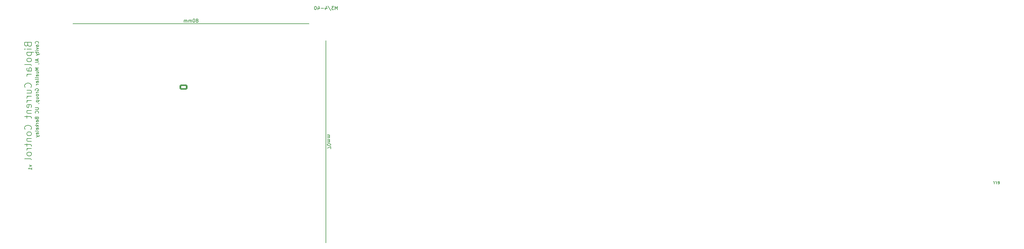
<source format=gbo>
G04 #@! TF.GenerationSoftware,KiCad,Pcbnew,9.0.0*
G04 #@! TF.CreationDate,2025-07-04T16:46:46-07:00*
G04 #@! TF.ProjectId,bipolar_current_control,6269706f-6c61-4725-9f63-757272656e74,rev?*
G04 #@! TF.SameCoordinates,Original*
G04 #@! TF.FileFunction,Legend,Bot*
G04 #@! TF.FilePolarity,Positive*
%FSLAX46Y46*%
G04 Gerber Fmt 4.6, Leading zero omitted, Abs format (unit mm)*
G04 Created by KiCad (PCBNEW 9.0.0) date 2025-07-04 16:46:46*
%MOMM*%
%LPD*%
G01*
G04 APERTURE LIST*
G04 Aperture macros list*
%AMRoundRect*
0 Rectangle with rounded corners*
0 $1 Rounding radius*
0 $2 $3 $4 $5 $6 $7 $8 $9 X,Y pos of 4 corners*
0 Add a 4 corners polygon primitive as box body*
4,1,4,$2,$3,$4,$5,$6,$7,$8,$9,$2,$3,0*
0 Add four circle primitives for the rounded corners*
1,1,$1+$1,$2,$3*
1,1,$1+$1,$4,$5*
1,1,$1+$1,$6,$7*
1,1,$1+$1,$8,$9*
0 Add four rect primitives between the rounded corners*
20,1,$1+$1,$2,$3,$4,$5,0*
20,1,$1+$1,$4,$5,$6,$7,0*
20,1,$1+$1,$6,$7,$8,$9,0*
20,1,$1+$1,$8,$9,$2,$3,0*%
G04 Aperture macros list end*
%ADD10C,0.150000*%
%ADD11C,1.600000*%
%ADD12C,3.500000*%
%ADD13R,2.000000X2.000000*%
%ADD14C,2.000000*%
%ADD15R,1.700000X1.700000*%
%ADD16O,1.700000X1.700000*%
%ADD17R,1.600000X1.600000*%
%ADD18O,1.600000X1.600000*%
%ADD19R,2.420000X5.080000*%
%ADD20C,2.400000*%
%ADD21O,2.400000X2.400000*%
%ADD22RoundRect,0.249999X-1.025001X-1.025001X1.025001X-1.025001X1.025001X1.025001X-1.025001X1.025001X0*%
%ADD23C,2.550000*%
%ADD24RoundRect,0.250000X0.265000X0.615000X-0.265000X0.615000X-0.265000X-0.615000X0.265000X-0.615000X0*%
%ADD25O,1.030000X1.730000*%
%ADD26C,3.200000*%
%ADD27R,1.905000X2.000000*%
%ADD28O,1.905000X2.000000*%
%ADD29RoundRect,0.250000X-0.950000X-0.550000X0.950000X-0.550000X0.950000X0.550000X-0.950000X0.550000X0*%
%ADD30O,2.400000X1.600000*%
G04 APERTURE END LIST*
D10*
X190000000Y-70000000D02*
X190000000Y-130000000D01*
X115000000Y-65000000D02*
X185000000Y-65000000D01*
X389048571Y-112482200D02*
X389143809Y-112529819D01*
X389143809Y-112529819D02*
X389334285Y-112529819D01*
X389334285Y-112529819D02*
X389429523Y-112482200D01*
X389429523Y-112482200D02*
X389477142Y-112386961D01*
X389477142Y-112386961D02*
X389477142Y-112006009D01*
X389477142Y-112006009D02*
X389429523Y-111910771D01*
X389429523Y-111910771D02*
X389334285Y-111863152D01*
X389334285Y-111863152D02*
X389143809Y-111863152D01*
X389143809Y-111863152D02*
X389048571Y-111910771D01*
X389048571Y-111910771D02*
X389000952Y-112006009D01*
X389000952Y-112006009D02*
X389000952Y-112101247D01*
X389000952Y-112101247D02*
X389477142Y-112196485D01*
X388572380Y-112529819D02*
X388572380Y-111863152D01*
X388572380Y-112053628D02*
X388524761Y-111958390D01*
X388524761Y-111958390D02*
X388477142Y-111910771D01*
X388477142Y-111910771D02*
X388381904Y-111863152D01*
X388381904Y-111863152D02*
X388286666Y-111863152D01*
X387953332Y-112529819D02*
X387953332Y-111863152D01*
X387953332Y-112053628D02*
X387905713Y-111958390D01*
X387905713Y-111958390D02*
X387858094Y-111910771D01*
X387858094Y-111910771D02*
X387762856Y-111863152D01*
X387762856Y-111863152D02*
X387667618Y-111863152D01*
X102203152Y-106921541D02*
X102869819Y-107159636D01*
X102869819Y-107159636D02*
X102203152Y-107397731D01*
X102869819Y-108302493D02*
X102869819Y-107731065D01*
X102869819Y-108016779D02*
X101869819Y-108016779D01*
X101869819Y-108016779D02*
X102012676Y-107921541D01*
X102012676Y-107921541D02*
X102107914Y-107826303D01*
X102107914Y-107826303D02*
X102155533Y-107731065D01*
X101699819Y-71241541D02*
X101795057Y-71527255D01*
X101795057Y-71527255D02*
X101890295Y-71622493D01*
X101890295Y-71622493D02*
X102080771Y-71717731D01*
X102080771Y-71717731D02*
X102366485Y-71717731D01*
X102366485Y-71717731D02*
X102556961Y-71622493D01*
X102556961Y-71622493D02*
X102652200Y-71527255D01*
X102652200Y-71527255D02*
X102747438Y-71336779D01*
X102747438Y-71336779D02*
X102747438Y-70574874D01*
X102747438Y-70574874D02*
X100747438Y-70574874D01*
X100747438Y-70574874D02*
X100747438Y-71241541D01*
X100747438Y-71241541D02*
X100842676Y-71432017D01*
X100842676Y-71432017D02*
X100937914Y-71527255D01*
X100937914Y-71527255D02*
X101128390Y-71622493D01*
X101128390Y-71622493D02*
X101318866Y-71622493D01*
X101318866Y-71622493D02*
X101509342Y-71527255D01*
X101509342Y-71527255D02*
X101604580Y-71432017D01*
X101604580Y-71432017D02*
X101699819Y-71241541D01*
X101699819Y-71241541D02*
X101699819Y-70574874D01*
X102747438Y-72574874D02*
X101414104Y-72574874D01*
X100747438Y-72574874D02*
X100842676Y-72479636D01*
X100842676Y-72479636D02*
X100937914Y-72574874D01*
X100937914Y-72574874D02*
X100842676Y-72670112D01*
X100842676Y-72670112D02*
X100747438Y-72574874D01*
X100747438Y-72574874D02*
X100937914Y-72574874D01*
X101414104Y-73527255D02*
X103414104Y-73527255D01*
X101509342Y-73527255D02*
X101414104Y-73717731D01*
X101414104Y-73717731D02*
X101414104Y-74098684D01*
X101414104Y-74098684D02*
X101509342Y-74289160D01*
X101509342Y-74289160D02*
X101604580Y-74384398D01*
X101604580Y-74384398D02*
X101795057Y-74479636D01*
X101795057Y-74479636D02*
X102366485Y-74479636D01*
X102366485Y-74479636D02*
X102556961Y-74384398D01*
X102556961Y-74384398D02*
X102652200Y-74289160D01*
X102652200Y-74289160D02*
X102747438Y-74098684D01*
X102747438Y-74098684D02*
X102747438Y-73717731D01*
X102747438Y-73717731D02*
X102652200Y-73527255D01*
X102747438Y-75622493D02*
X102652200Y-75432017D01*
X102652200Y-75432017D02*
X102556961Y-75336779D01*
X102556961Y-75336779D02*
X102366485Y-75241541D01*
X102366485Y-75241541D02*
X101795057Y-75241541D01*
X101795057Y-75241541D02*
X101604580Y-75336779D01*
X101604580Y-75336779D02*
X101509342Y-75432017D01*
X101509342Y-75432017D02*
X101414104Y-75622493D01*
X101414104Y-75622493D02*
X101414104Y-75908208D01*
X101414104Y-75908208D02*
X101509342Y-76098684D01*
X101509342Y-76098684D02*
X101604580Y-76193922D01*
X101604580Y-76193922D02*
X101795057Y-76289160D01*
X101795057Y-76289160D02*
X102366485Y-76289160D01*
X102366485Y-76289160D02*
X102556961Y-76193922D01*
X102556961Y-76193922D02*
X102652200Y-76098684D01*
X102652200Y-76098684D02*
X102747438Y-75908208D01*
X102747438Y-75908208D02*
X102747438Y-75622493D01*
X102747438Y-77432017D02*
X102652200Y-77241541D01*
X102652200Y-77241541D02*
X102461723Y-77146303D01*
X102461723Y-77146303D02*
X100747438Y-77146303D01*
X102747438Y-79051065D02*
X101699819Y-79051065D01*
X101699819Y-79051065D02*
X101509342Y-78955827D01*
X101509342Y-78955827D02*
X101414104Y-78765351D01*
X101414104Y-78765351D02*
X101414104Y-78384398D01*
X101414104Y-78384398D02*
X101509342Y-78193922D01*
X102652200Y-79051065D02*
X102747438Y-78860589D01*
X102747438Y-78860589D02*
X102747438Y-78384398D01*
X102747438Y-78384398D02*
X102652200Y-78193922D01*
X102652200Y-78193922D02*
X102461723Y-78098684D01*
X102461723Y-78098684D02*
X102271247Y-78098684D01*
X102271247Y-78098684D02*
X102080771Y-78193922D01*
X102080771Y-78193922D02*
X101985533Y-78384398D01*
X101985533Y-78384398D02*
X101985533Y-78860589D01*
X101985533Y-78860589D02*
X101890295Y-79051065D01*
X102747438Y-80003446D02*
X101414104Y-80003446D01*
X101795057Y-80003446D02*
X101604580Y-80098684D01*
X101604580Y-80098684D02*
X101509342Y-80193922D01*
X101509342Y-80193922D02*
X101414104Y-80384398D01*
X101414104Y-80384398D02*
X101414104Y-80574875D01*
X102556961Y-83908208D02*
X102652200Y-83812970D01*
X102652200Y-83812970D02*
X102747438Y-83527256D01*
X102747438Y-83527256D02*
X102747438Y-83336780D01*
X102747438Y-83336780D02*
X102652200Y-83051065D01*
X102652200Y-83051065D02*
X102461723Y-82860589D01*
X102461723Y-82860589D02*
X102271247Y-82765351D01*
X102271247Y-82765351D02*
X101890295Y-82670113D01*
X101890295Y-82670113D02*
X101604580Y-82670113D01*
X101604580Y-82670113D02*
X101223628Y-82765351D01*
X101223628Y-82765351D02*
X101033152Y-82860589D01*
X101033152Y-82860589D02*
X100842676Y-83051065D01*
X100842676Y-83051065D02*
X100747438Y-83336780D01*
X100747438Y-83336780D02*
X100747438Y-83527256D01*
X100747438Y-83527256D02*
X100842676Y-83812970D01*
X100842676Y-83812970D02*
X100937914Y-83908208D01*
X101414104Y-85622494D02*
X102747438Y-85622494D01*
X101414104Y-84765351D02*
X102461723Y-84765351D01*
X102461723Y-84765351D02*
X102652200Y-84860589D01*
X102652200Y-84860589D02*
X102747438Y-85051065D01*
X102747438Y-85051065D02*
X102747438Y-85336780D01*
X102747438Y-85336780D02*
X102652200Y-85527256D01*
X102652200Y-85527256D02*
X102556961Y-85622494D01*
X102747438Y-86574875D02*
X101414104Y-86574875D01*
X101795057Y-86574875D02*
X101604580Y-86670113D01*
X101604580Y-86670113D02*
X101509342Y-86765351D01*
X101509342Y-86765351D02*
X101414104Y-86955827D01*
X101414104Y-86955827D02*
X101414104Y-87146304D01*
X102747438Y-87812970D02*
X101414104Y-87812970D01*
X101795057Y-87812970D02*
X101604580Y-87908208D01*
X101604580Y-87908208D02*
X101509342Y-88003446D01*
X101509342Y-88003446D02*
X101414104Y-88193922D01*
X101414104Y-88193922D02*
X101414104Y-88384399D01*
X102652200Y-89812970D02*
X102747438Y-89622494D01*
X102747438Y-89622494D02*
X102747438Y-89241541D01*
X102747438Y-89241541D02*
X102652200Y-89051065D01*
X102652200Y-89051065D02*
X102461723Y-88955827D01*
X102461723Y-88955827D02*
X101699819Y-88955827D01*
X101699819Y-88955827D02*
X101509342Y-89051065D01*
X101509342Y-89051065D02*
X101414104Y-89241541D01*
X101414104Y-89241541D02*
X101414104Y-89622494D01*
X101414104Y-89622494D02*
X101509342Y-89812970D01*
X101509342Y-89812970D02*
X101699819Y-89908208D01*
X101699819Y-89908208D02*
X101890295Y-89908208D01*
X101890295Y-89908208D02*
X102080771Y-88955827D01*
X101414104Y-90765351D02*
X102747438Y-90765351D01*
X101604580Y-90765351D02*
X101509342Y-90860589D01*
X101509342Y-90860589D02*
X101414104Y-91051065D01*
X101414104Y-91051065D02*
X101414104Y-91336780D01*
X101414104Y-91336780D02*
X101509342Y-91527256D01*
X101509342Y-91527256D02*
X101699819Y-91622494D01*
X101699819Y-91622494D02*
X102747438Y-91622494D01*
X101414104Y-92289161D02*
X101414104Y-93051065D01*
X100747438Y-92574875D02*
X102461723Y-92574875D01*
X102461723Y-92574875D02*
X102652200Y-92670113D01*
X102652200Y-92670113D02*
X102747438Y-92860589D01*
X102747438Y-92860589D02*
X102747438Y-93051065D01*
X102556961Y-96384399D02*
X102652200Y-96289161D01*
X102652200Y-96289161D02*
X102747438Y-96003447D01*
X102747438Y-96003447D02*
X102747438Y-95812971D01*
X102747438Y-95812971D02*
X102652200Y-95527256D01*
X102652200Y-95527256D02*
X102461723Y-95336780D01*
X102461723Y-95336780D02*
X102271247Y-95241542D01*
X102271247Y-95241542D02*
X101890295Y-95146304D01*
X101890295Y-95146304D02*
X101604580Y-95146304D01*
X101604580Y-95146304D02*
X101223628Y-95241542D01*
X101223628Y-95241542D02*
X101033152Y-95336780D01*
X101033152Y-95336780D02*
X100842676Y-95527256D01*
X100842676Y-95527256D02*
X100747438Y-95812971D01*
X100747438Y-95812971D02*
X100747438Y-96003447D01*
X100747438Y-96003447D02*
X100842676Y-96289161D01*
X100842676Y-96289161D02*
X100937914Y-96384399D01*
X102747438Y-97527256D02*
X102652200Y-97336780D01*
X102652200Y-97336780D02*
X102556961Y-97241542D01*
X102556961Y-97241542D02*
X102366485Y-97146304D01*
X102366485Y-97146304D02*
X101795057Y-97146304D01*
X101795057Y-97146304D02*
X101604580Y-97241542D01*
X101604580Y-97241542D02*
X101509342Y-97336780D01*
X101509342Y-97336780D02*
X101414104Y-97527256D01*
X101414104Y-97527256D02*
X101414104Y-97812971D01*
X101414104Y-97812971D02*
X101509342Y-98003447D01*
X101509342Y-98003447D02*
X101604580Y-98098685D01*
X101604580Y-98098685D02*
X101795057Y-98193923D01*
X101795057Y-98193923D02*
X102366485Y-98193923D01*
X102366485Y-98193923D02*
X102556961Y-98098685D01*
X102556961Y-98098685D02*
X102652200Y-98003447D01*
X102652200Y-98003447D02*
X102747438Y-97812971D01*
X102747438Y-97812971D02*
X102747438Y-97527256D01*
X101414104Y-99051066D02*
X102747438Y-99051066D01*
X101604580Y-99051066D02*
X101509342Y-99146304D01*
X101509342Y-99146304D02*
X101414104Y-99336780D01*
X101414104Y-99336780D02*
X101414104Y-99622495D01*
X101414104Y-99622495D02*
X101509342Y-99812971D01*
X101509342Y-99812971D02*
X101699819Y-99908209D01*
X101699819Y-99908209D02*
X102747438Y-99908209D01*
X101414104Y-100574876D02*
X101414104Y-101336780D01*
X100747438Y-100860590D02*
X102461723Y-100860590D01*
X102461723Y-100860590D02*
X102652200Y-100955828D01*
X102652200Y-100955828D02*
X102747438Y-101146304D01*
X102747438Y-101146304D02*
X102747438Y-101336780D01*
X102747438Y-102003447D02*
X101414104Y-102003447D01*
X101795057Y-102003447D02*
X101604580Y-102098685D01*
X101604580Y-102098685D02*
X101509342Y-102193923D01*
X101509342Y-102193923D02*
X101414104Y-102384399D01*
X101414104Y-102384399D02*
X101414104Y-102574876D01*
X102747438Y-103527256D02*
X102652200Y-103336780D01*
X102652200Y-103336780D02*
X102556961Y-103241542D01*
X102556961Y-103241542D02*
X102366485Y-103146304D01*
X102366485Y-103146304D02*
X101795057Y-103146304D01*
X101795057Y-103146304D02*
X101604580Y-103241542D01*
X101604580Y-103241542D02*
X101509342Y-103336780D01*
X101509342Y-103336780D02*
X101414104Y-103527256D01*
X101414104Y-103527256D02*
X101414104Y-103812971D01*
X101414104Y-103812971D02*
X101509342Y-104003447D01*
X101509342Y-104003447D02*
X101604580Y-104098685D01*
X101604580Y-104098685D02*
X101795057Y-104193923D01*
X101795057Y-104193923D02*
X102366485Y-104193923D01*
X102366485Y-104193923D02*
X102556961Y-104098685D01*
X102556961Y-104098685D02*
X102652200Y-104003447D01*
X102652200Y-104003447D02*
X102747438Y-103812971D01*
X102747438Y-103812971D02*
X102747438Y-103527256D01*
X102747438Y-105336780D02*
X102652200Y-105146304D01*
X102652200Y-105146304D02*
X102461723Y-105051066D01*
X102461723Y-105051066D02*
X100747438Y-105051066D01*
X104774580Y-70908207D02*
X104822200Y-70860588D01*
X104822200Y-70860588D02*
X104869819Y-70717731D01*
X104869819Y-70717731D02*
X104869819Y-70622493D01*
X104869819Y-70622493D02*
X104822200Y-70479636D01*
X104822200Y-70479636D02*
X104726961Y-70384398D01*
X104726961Y-70384398D02*
X104631723Y-70336779D01*
X104631723Y-70336779D02*
X104441247Y-70289160D01*
X104441247Y-70289160D02*
X104298390Y-70289160D01*
X104298390Y-70289160D02*
X104107914Y-70336779D01*
X104107914Y-70336779D02*
X104012676Y-70384398D01*
X104012676Y-70384398D02*
X103917438Y-70479636D01*
X103917438Y-70479636D02*
X103869819Y-70622493D01*
X103869819Y-70622493D02*
X103869819Y-70717731D01*
X103869819Y-70717731D02*
X103917438Y-70860588D01*
X103917438Y-70860588D02*
X103965057Y-70908207D01*
X104869819Y-71765350D02*
X104346009Y-71765350D01*
X104346009Y-71765350D02*
X104250771Y-71717731D01*
X104250771Y-71717731D02*
X104203152Y-71622493D01*
X104203152Y-71622493D02*
X104203152Y-71432017D01*
X104203152Y-71432017D02*
X104250771Y-71336779D01*
X104822200Y-71765350D02*
X104869819Y-71670112D01*
X104869819Y-71670112D02*
X104869819Y-71432017D01*
X104869819Y-71432017D02*
X104822200Y-71336779D01*
X104822200Y-71336779D02*
X104726961Y-71289160D01*
X104726961Y-71289160D02*
X104631723Y-71289160D01*
X104631723Y-71289160D02*
X104536485Y-71336779D01*
X104536485Y-71336779D02*
X104488866Y-71432017D01*
X104488866Y-71432017D02*
X104488866Y-71670112D01*
X104488866Y-71670112D02*
X104441247Y-71765350D01*
X104203152Y-72146303D02*
X104869819Y-72384398D01*
X104869819Y-72384398D02*
X104203152Y-72622493D01*
X104869819Y-73003446D02*
X104203152Y-73003446D01*
X103869819Y-73003446D02*
X103917438Y-72955827D01*
X103917438Y-72955827D02*
X103965057Y-73003446D01*
X103965057Y-73003446D02*
X103917438Y-73051065D01*
X103917438Y-73051065D02*
X103869819Y-73003446D01*
X103869819Y-73003446D02*
X103965057Y-73003446D01*
X104203152Y-73336779D02*
X104203152Y-73717731D01*
X103869819Y-73479636D02*
X104726961Y-73479636D01*
X104726961Y-73479636D02*
X104822200Y-73527255D01*
X104822200Y-73527255D02*
X104869819Y-73622493D01*
X104869819Y-73622493D02*
X104869819Y-73717731D01*
X104203152Y-73955827D02*
X104869819Y-74193922D01*
X104203152Y-74432017D02*
X104869819Y-74193922D01*
X104869819Y-74193922D02*
X105107914Y-74098684D01*
X105107914Y-74098684D02*
X105155533Y-74051065D01*
X105155533Y-74051065D02*
X105203152Y-73955827D01*
X104584104Y-75527256D02*
X104584104Y-76003446D01*
X104869819Y-75432018D02*
X103869819Y-75765351D01*
X103869819Y-75765351D02*
X104869819Y-76098684D01*
X104869819Y-76432018D02*
X103869819Y-76432018D01*
X104822200Y-76955827D02*
X104869819Y-76955827D01*
X104869819Y-76955827D02*
X104965057Y-76908208D01*
X104965057Y-76908208D02*
X105012676Y-76860589D01*
X104869819Y-78146303D02*
X103869819Y-78146303D01*
X103869819Y-78146303D02*
X104584104Y-78479636D01*
X104584104Y-78479636D02*
X103869819Y-78812969D01*
X103869819Y-78812969D02*
X104869819Y-78812969D01*
X104203152Y-79717731D02*
X104869819Y-79717731D01*
X104203152Y-79289160D02*
X104726961Y-79289160D01*
X104726961Y-79289160D02*
X104822200Y-79336779D01*
X104822200Y-79336779D02*
X104869819Y-79432017D01*
X104869819Y-79432017D02*
X104869819Y-79574874D01*
X104869819Y-79574874D02*
X104822200Y-79670112D01*
X104822200Y-79670112D02*
X104774580Y-79717731D01*
X104822200Y-80574874D02*
X104869819Y-80479636D01*
X104869819Y-80479636D02*
X104869819Y-80289160D01*
X104869819Y-80289160D02*
X104822200Y-80193922D01*
X104822200Y-80193922D02*
X104726961Y-80146303D01*
X104726961Y-80146303D02*
X104346009Y-80146303D01*
X104346009Y-80146303D02*
X104250771Y-80193922D01*
X104250771Y-80193922D02*
X104203152Y-80289160D01*
X104203152Y-80289160D02*
X104203152Y-80479636D01*
X104203152Y-80479636D02*
X104250771Y-80574874D01*
X104250771Y-80574874D02*
X104346009Y-80622493D01*
X104346009Y-80622493D02*
X104441247Y-80622493D01*
X104441247Y-80622493D02*
X104536485Y-80146303D01*
X104869819Y-81193922D02*
X104822200Y-81098684D01*
X104822200Y-81098684D02*
X104726961Y-81051065D01*
X104726961Y-81051065D02*
X103869819Y-81051065D01*
X104869819Y-81717732D02*
X104822200Y-81622494D01*
X104822200Y-81622494D02*
X104726961Y-81574875D01*
X104726961Y-81574875D02*
X103869819Y-81574875D01*
X104822200Y-82479637D02*
X104869819Y-82384399D01*
X104869819Y-82384399D02*
X104869819Y-82193923D01*
X104869819Y-82193923D02*
X104822200Y-82098685D01*
X104822200Y-82098685D02*
X104726961Y-82051066D01*
X104726961Y-82051066D02*
X104346009Y-82051066D01*
X104346009Y-82051066D02*
X104250771Y-82098685D01*
X104250771Y-82098685D02*
X104203152Y-82193923D01*
X104203152Y-82193923D02*
X104203152Y-82384399D01*
X104203152Y-82384399D02*
X104250771Y-82479637D01*
X104250771Y-82479637D02*
X104346009Y-82527256D01*
X104346009Y-82527256D02*
X104441247Y-82527256D01*
X104441247Y-82527256D02*
X104536485Y-82051066D01*
X104869819Y-82955828D02*
X104203152Y-82955828D01*
X104393628Y-82955828D02*
X104298390Y-83003447D01*
X104298390Y-83003447D02*
X104250771Y-83051066D01*
X104250771Y-83051066D02*
X104203152Y-83146304D01*
X104203152Y-83146304D02*
X104203152Y-83241542D01*
X103917438Y-84860590D02*
X103869819Y-84765352D01*
X103869819Y-84765352D02*
X103869819Y-84622495D01*
X103869819Y-84622495D02*
X103917438Y-84479638D01*
X103917438Y-84479638D02*
X104012676Y-84384400D01*
X104012676Y-84384400D02*
X104107914Y-84336781D01*
X104107914Y-84336781D02*
X104298390Y-84289162D01*
X104298390Y-84289162D02*
X104441247Y-84289162D01*
X104441247Y-84289162D02*
X104631723Y-84336781D01*
X104631723Y-84336781D02*
X104726961Y-84384400D01*
X104726961Y-84384400D02*
X104822200Y-84479638D01*
X104822200Y-84479638D02*
X104869819Y-84622495D01*
X104869819Y-84622495D02*
X104869819Y-84717733D01*
X104869819Y-84717733D02*
X104822200Y-84860590D01*
X104822200Y-84860590D02*
X104774580Y-84908209D01*
X104774580Y-84908209D02*
X104441247Y-84908209D01*
X104441247Y-84908209D02*
X104441247Y-84717733D01*
X104869819Y-85336781D02*
X104203152Y-85336781D01*
X104393628Y-85336781D02*
X104298390Y-85384400D01*
X104298390Y-85384400D02*
X104250771Y-85432019D01*
X104250771Y-85432019D02*
X104203152Y-85527257D01*
X104203152Y-85527257D02*
X104203152Y-85622495D01*
X104869819Y-86098686D02*
X104822200Y-86003448D01*
X104822200Y-86003448D02*
X104774580Y-85955829D01*
X104774580Y-85955829D02*
X104679342Y-85908210D01*
X104679342Y-85908210D02*
X104393628Y-85908210D01*
X104393628Y-85908210D02*
X104298390Y-85955829D01*
X104298390Y-85955829D02*
X104250771Y-86003448D01*
X104250771Y-86003448D02*
X104203152Y-86098686D01*
X104203152Y-86098686D02*
X104203152Y-86241543D01*
X104203152Y-86241543D02*
X104250771Y-86336781D01*
X104250771Y-86336781D02*
X104298390Y-86384400D01*
X104298390Y-86384400D02*
X104393628Y-86432019D01*
X104393628Y-86432019D02*
X104679342Y-86432019D01*
X104679342Y-86432019D02*
X104774580Y-86384400D01*
X104774580Y-86384400D02*
X104822200Y-86336781D01*
X104822200Y-86336781D02*
X104869819Y-86241543D01*
X104869819Y-86241543D02*
X104869819Y-86098686D01*
X104203152Y-87289162D02*
X104869819Y-87289162D01*
X104203152Y-86860591D02*
X104726961Y-86860591D01*
X104726961Y-86860591D02*
X104822200Y-86908210D01*
X104822200Y-86908210D02*
X104869819Y-87003448D01*
X104869819Y-87003448D02*
X104869819Y-87146305D01*
X104869819Y-87146305D02*
X104822200Y-87241543D01*
X104822200Y-87241543D02*
X104774580Y-87289162D01*
X104203152Y-87765353D02*
X105203152Y-87765353D01*
X104250771Y-87765353D02*
X104203152Y-87860591D01*
X104203152Y-87860591D02*
X104203152Y-88051067D01*
X104203152Y-88051067D02*
X104250771Y-88146305D01*
X104250771Y-88146305D02*
X104298390Y-88193924D01*
X104298390Y-88193924D02*
X104393628Y-88241543D01*
X104393628Y-88241543D02*
X104679342Y-88241543D01*
X104679342Y-88241543D02*
X104774580Y-88193924D01*
X104774580Y-88193924D02*
X104822200Y-88146305D01*
X104822200Y-88146305D02*
X104869819Y-88051067D01*
X104869819Y-88051067D02*
X104869819Y-87860591D01*
X104869819Y-87860591D02*
X104822200Y-87765353D01*
X104822200Y-88717734D02*
X104869819Y-88717734D01*
X104869819Y-88717734D02*
X104965057Y-88670115D01*
X104965057Y-88670115D02*
X105012676Y-88622496D01*
X103869819Y-89908210D02*
X104679342Y-89908210D01*
X104679342Y-89908210D02*
X104774580Y-89955829D01*
X104774580Y-89955829D02*
X104822200Y-90003448D01*
X104822200Y-90003448D02*
X104869819Y-90098686D01*
X104869819Y-90098686D02*
X104869819Y-90289162D01*
X104869819Y-90289162D02*
X104822200Y-90384400D01*
X104822200Y-90384400D02*
X104774580Y-90432019D01*
X104774580Y-90432019D02*
X104679342Y-90479638D01*
X104679342Y-90479638D02*
X103869819Y-90479638D01*
X104774580Y-91527257D02*
X104822200Y-91479638D01*
X104822200Y-91479638D02*
X104869819Y-91336781D01*
X104869819Y-91336781D02*
X104869819Y-91241543D01*
X104869819Y-91241543D02*
X104822200Y-91098686D01*
X104822200Y-91098686D02*
X104726961Y-91003448D01*
X104726961Y-91003448D02*
X104631723Y-90955829D01*
X104631723Y-90955829D02*
X104441247Y-90908210D01*
X104441247Y-90908210D02*
X104298390Y-90908210D01*
X104298390Y-90908210D02*
X104107914Y-90955829D01*
X104107914Y-90955829D02*
X104012676Y-91003448D01*
X104012676Y-91003448D02*
X103917438Y-91098686D01*
X103917438Y-91098686D02*
X103869819Y-91241543D01*
X103869819Y-91241543D02*
X103869819Y-91336781D01*
X103869819Y-91336781D02*
X103917438Y-91479638D01*
X103917438Y-91479638D02*
X103965057Y-91527257D01*
X104346009Y-93051067D02*
X104393628Y-93193924D01*
X104393628Y-93193924D02*
X104441247Y-93241543D01*
X104441247Y-93241543D02*
X104536485Y-93289162D01*
X104536485Y-93289162D02*
X104679342Y-93289162D01*
X104679342Y-93289162D02*
X104774580Y-93241543D01*
X104774580Y-93241543D02*
X104822200Y-93193924D01*
X104822200Y-93193924D02*
X104869819Y-93098686D01*
X104869819Y-93098686D02*
X104869819Y-92717734D01*
X104869819Y-92717734D02*
X103869819Y-92717734D01*
X103869819Y-92717734D02*
X103869819Y-93051067D01*
X103869819Y-93051067D02*
X103917438Y-93146305D01*
X103917438Y-93146305D02*
X103965057Y-93193924D01*
X103965057Y-93193924D02*
X104060295Y-93241543D01*
X104060295Y-93241543D02*
X104155533Y-93241543D01*
X104155533Y-93241543D02*
X104250771Y-93193924D01*
X104250771Y-93193924D02*
X104298390Y-93146305D01*
X104298390Y-93146305D02*
X104346009Y-93051067D01*
X104346009Y-93051067D02*
X104346009Y-92717734D01*
X104822200Y-94098686D02*
X104869819Y-94003448D01*
X104869819Y-94003448D02*
X104869819Y-93812972D01*
X104869819Y-93812972D02*
X104822200Y-93717734D01*
X104822200Y-93717734D02*
X104726961Y-93670115D01*
X104726961Y-93670115D02*
X104346009Y-93670115D01*
X104346009Y-93670115D02*
X104250771Y-93717734D01*
X104250771Y-93717734D02*
X104203152Y-93812972D01*
X104203152Y-93812972D02*
X104203152Y-94003448D01*
X104203152Y-94003448D02*
X104250771Y-94098686D01*
X104250771Y-94098686D02*
X104346009Y-94146305D01*
X104346009Y-94146305D02*
X104441247Y-94146305D01*
X104441247Y-94146305D02*
X104536485Y-93670115D01*
X104869819Y-94574877D02*
X104203152Y-94574877D01*
X104393628Y-94574877D02*
X104298390Y-94622496D01*
X104298390Y-94622496D02*
X104250771Y-94670115D01*
X104250771Y-94670115D02*
X104203152Y-94765353D01*
X104203152Y-94765353D02*
X104203152Y-94860591D01*
X104869819Y-95193925D02*
X103869819Y-95193925D01*
X104488866Y-95289163D02*
X104869819Y-95574877D01*
X104203152Y-95574877D02*
X104584104Y-95193925D01*
X104822200Y-96384401D02*
X104869819Y-96289163D01*
X104869819Y-96289163D02*
X104869819Y-96098687D01*
X104869819Y-96098687D02*
X104822200Y-96003449D01*
X104822200Y-96003449D02*
X104726961Y-95955830D01*
X104726961Y-95955830D02*
X104346009Y-95955830D01*
X104346009Y-95955830D02*
X104250771Y-96003449D01*
X104250771Y-96003449D02*
X104203152Y-96098687D01*
X104203152Y-96098687D02*
X104203152Y-96289163D01*
X104203152Y-96289163D02*
X104250771Y-96384401D01*
X104250771Y-96384401D02*
X104346009Y-96432020D01*
X104346009Y-96432020D02*
X104441247Y-96432020D01*
X104441247Y-96432020D02*
X104536485Y-95955830D01*
X104869819Y-97003449D02*
X104822200Y-96908211D01*
X104822200Y-96908211D02*
X104726961Y-96860592D01*
X104726961Y-96860592D02*
X103869819Y-96860592D01*
X104822200Y-97765354D02*
X104869819Y-97670116D01*
X104869819Y-97670116D02*
X104869819Y-97479640D01*
X104869819Y-97479640D02*
X104822200Y-97384402D01*
X104822200Y-97384402D02*
X104726961Y-97336783D01*
X104726961Y-97336783D02*
X104346009Y-97336783D01*
X104346009Y-97336783D02*
X104250771Y-97384402D01*
X104250771Y-97384402D02*
X104203152Y-97479640D01*
X104203152Y-97479640D02*
X104203152Y-97670116D01*
X104203152Y-97670116D02*
X104250771Y-97765354D01*
X104250771Y-97765354D02*
X104346009Y-97812973D01*
X104346009Y-97812973D02*
X104441247Y-97812973D01*
X104441247Y-97812973D02*
X104536485Y-97336783D01*
X104203152Y-98146307D02*
X104869819Y-98384402D01*
X104203152Y-98622497D02*
X104869819Y-98384402D01*
X104869819Y-98384402D02*
X105107914Y-98289164D01*
X105107914Y-98289164D02*
X105155533Y-98241545D01*
X105155533Y-98241545D02*
X105203152Y-98146307D01*
X193380951Y-60869819D02*
X193380951Y-59869819D01*
X193380951Y-59869819D02*
X193047618Y-60584104D01*
X193047618Y-60584104D02*
X192714285Y-59869819D01*
X192714285Y-59869819D02*
X192714285Y-60869819D01*
X192333332Y-59869819D02*
X191714285Y-59869819D01*
X191714285Y-59869819D02*
X192047618Y-60250771D01*
X192047618Y-60250771D02*
X191904761Y-60250771D01*
X191904761Y-60250771D02*
X191809523Y-60298390D01*
X191809523Y-60298390D02*
X191761904Y-60346009D01*
X191761904Y-60346009D02*
X191714285Y-60441247D01*
X191714285Y-60441247D02*
X191714285Y-60679342D01*
X191714285Y-60679342D02*
X191761904Y-60774580D01*
X191761904Y-60774580D02*
X191809523Y-60822200D01*
X191809523Y-60822200D02*
X191904761Y-60869819D01*
X191904761Y-60869819D02*
X192190475Y-60869819D01*
X192190475Y-60869819D02*
X192285713Y-60822200D01*
X192285713Y-60822200D02*
X192333332Y-60774580D01*
X190571428Y-59822200D02*
X191428570Y-61107914D01*
X189809523Y-60203152D02*
X189809523Y-60869819D01*
X190047618Y-59822200D02*
X190285713Y-60536485D01*
X190285713Y-60536485D02*
X189666666Y-60536485D01*
X189285713Y-60488866D02*
X188523809Y-60488866D01*
X187619047Y-60203152D02*
X187619047Y-60869819D01*
X187857142Y-59822200D02*
X188095237Y-60536485D01*
X188095237Y-60536485D02*
X187476190Y-60536485D01*
X186904761Y-59869819D02*
X186809523Y-59869819D01*
X186809523Y-59869819D02*
X186714285Y-59917438D01*
X186714285Y-59917438D02*
X186666666Y-59965057D01*
X186666666Y-59965057D02*
X186619047Y-60060295D01*
X186619047Y-60060295D02*
X186571428Y-60250771D01*
X186571428Y-60250771D02*
X186571428Y-60488866D01*
X186571428Y-60488866D02*
X186619047Y-60679342D01*
X186619047Y-60679342D02*
X186666666Y-60774580D01*
X186666666Y-60774580D02*
X186714285Y-60822200D01*
X186714285Y-60822200D02*
X186809523Y-60869819D01*
X186809523Y-60869819D02*
X186904761Y-60869819D01*
X186904761Y-60869819D02*
X186999999Y-60822200D01*
X186999999Y-60822200D02*
X187047618Y-60774580D01*
X187047618Y-60774580D02*
X187095237Y-60679342D01*
X187095237Y-60679342D02*
X187142856Y-60488866D01*
X187142856Y-60488866D02*
X187142856Y-60250771D01*
X187142856Y-60250771D02*
X187095237Y-60060295D01*
X187095237Y-60060295D02*
X187047618Y-59965057D01*
X187047618Y-59965057D02*
X186999999Y-59917438D01*
X186999999Y-59917438D02*
X186904761Y-59869819D01*
X191380180Y-102142856D02*
X191380180Y-101476190D01*
X191380180Y-101476190D02*
X190380180Y-101904761D01*
X191380180Y-100904761D02*
X191380180Y-100809523D01*
X191380180Y-100809523D02*
X191332561Y-100714285D01*
X191332561Y-100714285D02*
X191284942Y-100666666D01*
X191284942Y-100666666D02*
X191189704Y-100619047D01*
X191189704Y-100619047D02*
X190999228Y-100571428D01*
X190999228Y-100571428D02*
X190761133Y-100571428D01*
X190761133Y-100571428D02*
X190570657Y-100619047D01*
X190570657Y-100619047D02*
X190475419Y-100666666D01*
X190475419Y-100666666D02*
X190427800Y-100714285D01*
X190427800Y-100714285D02*
X190380180Y-100809523D01*
X190380180Y-100809523D02*
X190380180Y-100904761D01*
X190380180Y-100904761D02*
X190427800Y-100999999D01*
X190427800Y-100999999D02*
X190475419Y-101047618D01*
X190475419Y-101047618D02*
X190570657Y-101095237D01*
X190570657Y-101095237D02*
X190761133Y-101142856D01*
X190761133Y-101142856D02*
X190999228Y-101142856D01*
X190999228Y-101142856D02*
X191189704Y-101095237D01*
X191189704Y-101095237D02*
X191284942Y-101047618D01*
X191284942Y-101047618D02*
X191332561Y-100999999D01*
X191332561Y-100999999D02*
X191380180Y-100904761D01*
X190380180Y-100142856D02*
X191046847Y-100142856D01*
X190951609Y-100142856D02*
X190999228Y-100095237D01*
X190999228Y-100095237D02*
X191046847Y-99999999D01*
X191046847Y-99999999D02*
X191046847Y-99857142D01*
X191046847Y-99857142D02*
X190999228Y-99761904D01*
X190999228Y-99761904D02*
X190903990Y-99714285D01*
X190903990Y-99714285D02*
X190380180Y-99714285D01*
X190903990Y-99714285D02*
X190999228Y-99666666D01*
X190999228Y-99666666D02*
X191046847Y-99571428D01*
X191046847Y-99571428D02*
X191046847Y-99428571D01*
X191046847Y-99428571D02*
X190999228Y-99333332D01*
X190999228Y-99333332D02*
X190903990Y-99285713D01*
X190903990Y-99285713D02*
X190380180Y-99285713D01*
X190380180Y-98809523D02*
X191046847Y-98809523D01*
X190951609Y-98809523D02*
X190999228Y-98761904D01*
X190999228Y-98761904D02*
X191046847Y-98666666D01*
X191046847Y-98666666D02*
X191046847Y-98523809D01*
X191046847Y-98523809D02*
X190999228Y-98428571D01*
X190999228Y-98428571D02*
X190903990Y-98380952D01*
X190903990Y-98380952D02*
X190380180Y-98380952D01*
X190903990Y-98380952D02*
X190999228Y-98333333D01*
X190999228Y-98333333D02*
X191046847Y-98238095D01*
X191046847Y-98238095D02*
X191046847Y-98095238D01*
X191046847Y-98095238D02*
X190999228Y-97999999D01*
X190999228Y-97999999D02*
X190903990Y-97952380D01*
X190903990Y-97952380D02*
X190380180Y-97952380D01*
X151904761Y-64048390D02*
X151999999Y-64000771D01*
X151999999Y-64000771D02*
X152047618Y-63953152D01*
X152047618Y-63953152D02*
X152095237Y-63857914D01*
X152095237Y-63857914D02*
X152095237Y-63810295D01*
X152095237Y-63810295D02*
X152047618Y-63715057D01*
X152047618Y-63715057D02*
X151999999Y-63667438D01*
X151999999Y-63667438D02*
X151904761Y-63619819D01*
X151904761Y-63619819D02*
X151714285Y-63619819D01*
X151714285Y-63619819D02*
X151619047Y-63667438D01*
X151619047Y-63667438D02*
X151571428Y-63715057D01*
X151571428Y-63715057D02*
X151523809Y-63810295D01*
X151523809Y-63810295D02*
X151523809Y-63857914D01*
X151523809Y-63857914D02*
X151571428Y-63953152D01*
X151571428Y-63953152D02*
X151619047Y-64000771D01*
X151619047Y-64000771D02*
X151714285Y-64048390D01*
X151714285Y-64048390D02*
X151904761Y-64048390D01*
X151904761Y-64048390D02*
X151999999Y-64096009D01*
X151999999Y-64096009D02*
X152047618Y-64143628D01*
X152047618Y-64143628D02*
X152095237Y-64238866D01*
X152095237Y-64238866D02*
X152095237Y-64429342D01*
X152095237Y-64429342D02*
X152047618Y-64524580D01*
X152047618Y-64524580D02*
X151999999Y-64572200D01*
X151999999Y-64572200D02*
X151904761Y-64619819D01*
X151904761Y-64619819D02*
X151714285Y-64619819D01*
X151714285Y-64619819D02*
X151619047Y-64572200D01*
X151619047Y-64572200D02*
X151571428Y-64524580D01*
X151571428Y-64524580D02*
X151523809Y-64429342D01*
X151523809Y-64429342D02*
X151523809Y-64238866D01*
X151523809Y-64238866D02*
X151571428Y-64143628D01*
X151571428Y-64143628D02*
X151619047Y-64096009D01*
X151619047Y-64096009D02*
X151714285Y-64048390D01*
X150904761Y-63619819D02*
X150809523Y-63619819D01*
X150809523Y-63619819D02*
X150714285Y-63667438D01*
X150714285Y-63667438D02*
X150666666Y-63715057D01*
X150666666Y-63715057D02*
X150619047Y-63810295D01*
X150619047Y-63810295D02*
X150571428Y-64000771D01*
X150571428Y-64000771D02*
X150571428Y-64238866D01*
X150571428Y-64238866D02*
X150619047Y-64429342D01*
X150619047Y-64429342D02*
X150666666Y-64524580D01*
X150666666Y-64524580D02*
X150714285Y-64572200D01*
X150714285Y-64572200D02*
X150809523Y-64619819D01*
X150809523Y-64619819D02*
X150904761Y-64619819D01*
X150904761Y-64619819D02*
X150999999Y-64572200D01*
X150999999Y-64572200D02*
X151047618Y-64524580D01*
X151047618Y-64524580D02*
X151095237Y-64429342D01*
X151095237Y-64429342D02*
X151142856Y-64238866D01*
X151142856Y-64238866D02*
X151142856Y-64000771D01*
X151142856Y-64000771D02*
X151095237Y-63810295D01*
X151095237Y-63810295D02*
X151047618Y-63715057D01*
X151047618Y-63715057D02*
X150999999Y-63667438D01*
X150999999Y-63667438D02*
X150904761Y-63619819D01*
X150142856Y-64619819D02*
X150142856Y-63953152D01*
X150142856Y-64048390D02*
X150095237Y-64000771D01*
X150095237Y-64000771D02*
X149999999Y-63953152D01*
X149999999Y-63953152D02*
X149857142Y-63953152D01*
X149857142Y-63953152D02*
X149761904Y-64000771D01*
X149761904Y-64000771D02*
X149714285Y-64096009D01*
X149714285Y-64096009D02*
X149714285Y-64619819D01*
X149714285Y-64096009D02*
X149666666Y-64000771D01*
X149666666Y-64000771D02*
X149571428Y-63953152D01*
X149571428Y-63953152D02*
X149428571Y-63953152D01*
X149428571Y-63953152D02*
X149333332Y-64000771D01*
X149333332Y-64000771D02*
X149285713Y-64096009D01*
X149285713Y-64096009D02*
X149285713Y-64619819D01*
X148809523Y-64619819D02*
X148809523Y-63953152D01*
X148809523Y-64048390D02*
X148761904Y-64000771D01*
X148761904Y-64000771D02*
X148666666Y-63953152D01*
X148666666Y-63953152D02*
X148523809Y-63953152D01*
X148523809Y-63953152D02*
X148428571Y-64000771D01*
X148428571Y-64000771D02*
X148380952Y-64096009D01*
X148380952Y-64096009D02*
X148380952Y-64619819D01*
X148380952Y-64096009D02*
X148333333Y-64000771D01*
X148333333Y-64000771D02*
X148238095Y-63953152D01*
X148238095Y-63953152D02*
X148095238Y-63953152D01*
X148095238Y-63953152D02*
X147999999Y-64000771D01*
X147999999Y-64000771D02*
X147952380Y-64096009D01*
X147952380Y-64096009D02*
X147952380Y-64619819D01*
%LPC*%
D11*
X159245000Y-83820000D03*
X164245000Y-83820000D03*
D12*
X147320000Y-129540000D03*
D13*
X163120000Y-127000000D03*
D14*
X163120000Y-132080000D03*
D15*
X161745000Y-76200000D03*
D16*
X159205000Y-76200000D03*
X156665000Y-76200000D03*
D17*
X106680000Y-114300000D03*
D18*
X116840000Y-114300000D03*
D19*
X185620000Y-146930000D03*
X194380000Y-146930000D03*
D20*
X169620000Y-129540000D03*
D21*
X139140000Y-129540000D03*
D22*
X146900000Y-55000000D03*
D23*
X151700000Y-55000000D03*
X156500000Y-55000000D03*
X161300000Y-55000000D03*
X166100000Y-55000000D03*
D24*
X141000000Y-55500000D03*
D25*
X139500000Y-55500000D03*
X138000000Y-55500000D03*
X136500000Y-55500000D03*
X135000000Y-55500000D03*
X133500000Y-55500000D03*
X132000000Y-55500000D03*
X130500000Y-55500000D03*
X129000000Y-55500000D03*
X127500000Y-55500000D03*
D11*
X137160000Y-106680000D03*
D18*
X147320000Y-106680000D03*
D26*
X190000000Y-135000000D03*
X110000000Y-65000000D03*
D19*
X137620000Y-146930000D03*
X146380000Y-146930000D03*
D26*
X190000000Y-65000000D03*
D11*
X124460000Y-96600000D03*
X124460000Y-91600000D03*
X116840000Y-134620000D03*
D18*
X116840000Y-124460000D03*
D26*
X110000000Y-135000000D03*
D11*
X129540000Y-86360000D03*
D18*
X129540000Y-96520000D03*
D11*
X144700000Y-93980000D03*
X139700000Y-93980000D03*
D17*
X106680000Y-119380000D03*
D18*
X116840000Y-119380000D03*
D11*
X137160000Y-101600000D03*
D18*
X147320000Y-101600000D03*
D11*
X144700000Y-91440000D03*
X139700000Y-91440000D03*
D15*
X161745000Y-71120000D03*
D16*
X159205000Y-71120000D03*
X156665000Y-71120000D03*
D11*
X126000000Y-124460000D03*
D18*
X126000000Y-134620000D03*
D19*
X121620000Y-146930000D03*
X130380000Y-146930000D03*
D27*
X139460000Y-114300000D03*
D28*
X142000000Y-114300000D03*
X144540000Y-114300000D03*
D11*
X159245000Y-81280000D03*
X164245000Y-81280000D03*
D27*
X155460000Y-114300000D03*
D28*
X158000000Y-114300000D03*
X160540000Y-114300000D03*
D24*
X121000000Y-55500000D03*
D25*
X119500000Y-55500000D03*
X118000000Y-55500000D03*
X116500000Y-55500000D03*
X115000000Y-55500000D03*
X113500000Y-55500000D03*
X112000000Y-55500000D03*
X110500000Y-55500000D03*
X109000000Y-55500000D03*
X107500000Y-55500000D03*
D19*
X153620000Y-146930000D03*
X162380000Y-146930000D03*
D11*
X134620000Y-83820000D03*
D18*
X134620000Y-93980000D03*
D19*
X169620000Y-146930000D03*
X178380000Y-146930000D03*
D11*
X165100000Y-96520000D03*
D18*
X165100000Y-86360000D03*
D19*
X105620000Y-146930000D03*
X114380000Y-146930000D03*
D29*
X147800000Y-83820000D03*
D30*
X147800000Y-86360000D03*
X147800000Y-88900000D03*
X147800000Y-91440000D03*
X155420000Y-91440000D03*
X155420000Y-88900000D03*
X155420000Y-86360000D03*
X155420000Y-83820000D03*
%LPD*%
M02*

</source>
